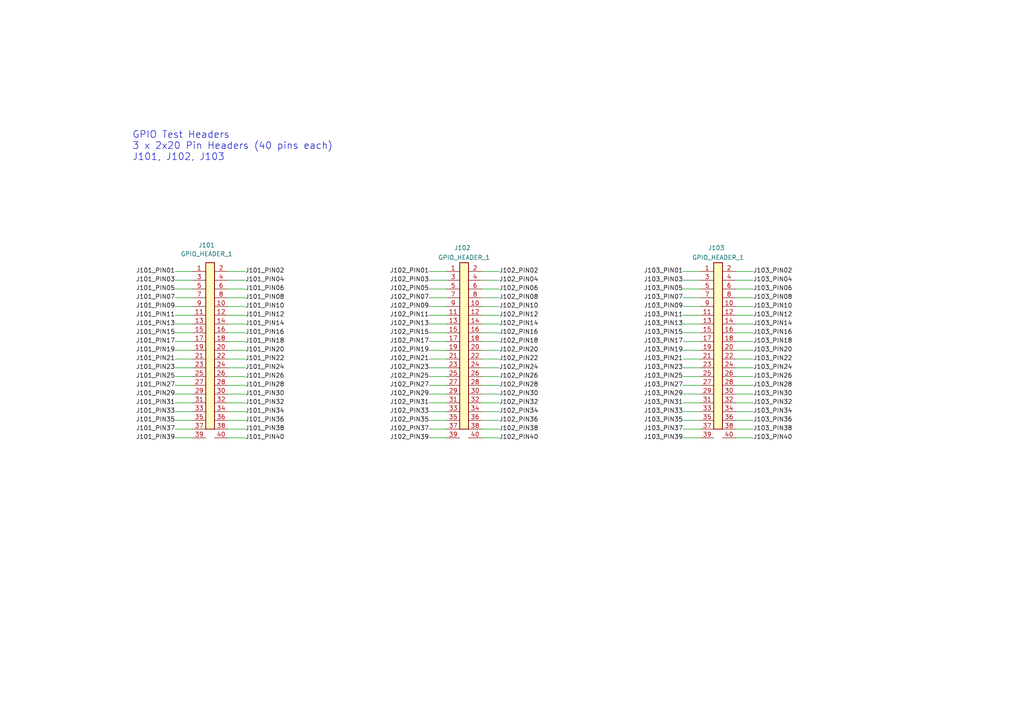
<source format=kicad_sch>
(kicad_sch (version 20250114) (generator "eeschema") (generator_version "9.0")
  (paper "A4")
  (title_block (title "GPIO Test Headers") (company "fcBoard") (comment 1 "2x20 Pin Headers for GPIO Testing"))
  (lib_symbols
    (symbol "Connector_Generic:Conn_02x20_Odd_Even" (pin_names (offset 1.016) (hide yes))
      (property "Reference" "J" (at 1.27 25.4 0))
      (property "Value" "Conn_02x20_Odd_Even" (at 1.27 -27.94 0))
      (symbol "Conn_02x20_Odd_Even_1_1"
        (rectangle (start -1.27 22.86) (end 1.27 -25.4) (stroke (width 0.254)) (fill (type background)))
        (pin passive line (at -5.08 20.32 0) (length 3.81) (name "Pin_1") (number "1"))
        (pin passive line (at -5.08 17.78 0) (length 3.81) (name "Pin_3") (number "3"))
        (pin passive line (at -5.08 15.24 0) (length 3.81) (name "Pin_5") (number "5"))
        (pin passive line (at -5.08 12.7 0) (length 3.81) (name "Pin_7") (number "7"))
        (pin passive line (at -5.08 10.16 0) (length 3.81) (name "Pin_9") (number "9"))
        (pin passive line (at -5.08 7.62 0) (length 3.81) (name "Pin_11") (number "11"))
        (pin passive line (at -5.08 5.08 0) (length 3.81) (name "Pin_13") (number "13"))
        (pin passive line (at -5.08 2.54 0) (length 3.81) (name "Pin_15") (number "15"))
        (pin passive line (at -5.08 0 0) (length 3.81) (name "Pin_17") (number "17"))
        (pin passive line (at -5.08 -2.54 0) (length 3.81) (name "Pin_19") (number "19"))
        (pin passive line (at -5.08 -5.08 0) (length 3.81) (name "Pin_21") (number "21"))
        (pin passive line (at -5.08 -7.62 0) (length 3.81) (name "Pin_23") (number "23"))
        (pin passive line (at -5.08 -10.16 0) (length 3.81) (name "Pin_25") (number "25"))
        (pin passive line (at -5.08 -12.7 0) (length 3.81) (name "Pin_27") (number "27"))
        (pin passive line (at -5.08 -15.24 0) (length 3.81) (name "Pin_29") (number "29"))
        (pin passive line (at -5.08 -17.78 0) (length 3.81) (name "Pin_31") (number "31"))
        (pin passive line (at -5.08 -20.32 0) (length 3.81) (name "Pin_33") (number "33"))
        (pin passive line (at -5.08 -22.86 0) (length 3.81) (name "Pin_35") (number "35"))
        (pin passive line (at -5.08 -25.4 0) (length 3.81) (name "Pin_37") (number "37"))
        (pin passive line (at -5.08 -27.94 0) (length 3.81) (name "Pin_39") (number "39"))
        (pin passive line (at 5.08 20.32 180) (length 3.81) (name "Pin_2") (number "2"))
        (pin passive line (at 5.08 17.78 180) (length 3.81) (name "Pin_4") (number "4"))
        (pin passive line (at 5.08 15.24 180) (length 3.81) (name "Pin_6") (number "6"))
        (pin passive line (at 5.08 12.7 180) (length 3.81) (name "Pin_8") (number "8"))
        (pin passive line (at 5.08 10.16 180) (length 3.81) (name "Pin_10") (number "10"))
        (pin passive line (at 5.08 7.62 180) (length 3.81) (name "Pin_12") (number "12"))
        (pin passive line (at 5.08 5.08 180) (length 3.81) (name "Pin_14") (number "14"))
        (pin passive line (at 5.08 2.54 180) (length 3.81) (name "Pin_16") (number "16"))
        (pin passive line (at 5.08 0 180) (length 3.81) (name "Pin_18") (number "18"))
        (pin passive line (at 5.08 -2.54 180) (length 3.81) (name "Pin_20") (number "20"))
        (pin passive line (at 5.08 -5.08 180) (length 3.81) (name "Pin_22") (number "22"))
        (pin passive line (at 5.08 -7.62 180) (length 3.81) (name "Pin_24") (number "24"))
        (pin passive line (at 5.08 -10.16 180) (length 3.81) (name "Pin_26") (number "26"))
        (pin passive line (at 5.08 -12.7 180) (length 3.81) (name "Pin_28") (number "28"))
        (pin passive line (at 5.08 -15.24 180) (length 3.81) (name "Pin_30") (number "30"))
        (pin passive line (at 5.08 -17.78 180) (length 3.81) (name "Pin_32") (number "32"))
        (pin passive line (at 5.08 -20.32 180) (length 3.81) (name "Pin_34") (number "34"))
        (pin passive line (at 5.08 -22.86 180) (length 3.81) (name "Pin_36") (number "36"))
        (pin passive line (at 5.08 -25.4 180) (length 3.81) (name "Pin_38") (number "38"))
        (pin passive line (at 5.08 -27.94 180) (length 3.81) (name "Pin_40") (number "40"))
      )
    )
  )
  (text "GPIO Test Headers\n3 x 2x20 Pin Headers (40 pins each)\nJ101, J102, J103" (at 38.354 42.418 0) (effects (font (size 2 2)) (justify left)))
  (wire (pts (xy 139.7 127) (xy 144.78 127)))
  (wire (pts (xy 66.04 78.74) (xy 71.12 78.74)))
  (wire (pts (xy 139.7 101.6) (xy 144.78 101.6)))
  (wire (pts (xy 139.7 121.92) (xy 144.78 121.92)))
  (wire (pts (xy 50.8 127) (xy 55.88 127)))
  (wire (pts (xy 124.46 114.3) (xy 129.54 114.3)))
  (wire (pts (xy 139.7 109.22) (xy 144.78 109.22)))
  (wire (pts (xy 124.46 121.92) (xy 129.54 121.92)))
  (wire (pts (xy 66.04 96.52) (xy 71.12 96.52)))
  (wire (pts (xy 124.46 101.6) (xy 129.54 101.6)))
  (wire (pts (xy 50.8 121.92) (xy 55.88 121.92)))
  (wire (pts (xy 66.04 104.14) (xy 71.12 104.14)))
  (wire (pts (xy 66.04 81.28) (xy 71.12 81.28)))
  (wire (pts (xy 66.04 106.68) (xy 71.12 106.68)))
  (wire (pts (xy 124.46 86.36) (xy 129.54 86.36)))
  (wire (pts (xy 66.04 124.46) (xy 71.12 124.46)))
  (wire (pts (xy 124.46 99.06) (xy 129.54 99.06)))
  (wire (pts (xy 50.8 91.44) (xy 55.88 91.44)))
  (wire (pts (xy 66.04 101.6) (xy 71.12 101.6)))
  (wire (pts (xy 124.46 111.76) (xy 129.54 111.76)))
  (wire (pts (xy 139.7 83.82) (xy 144.78 83.82)))
  (wire (pts (xy 124.46 83.82) (xy 129.54 83.82)))
  (wire (pts (xy 124.46 109.22) (xy 129.54 109.22)))
  (wire (pts (xy 139.7 119.38) (xy 144.78 119.38)))
  (wire (pts (xy 50.8 81.28) (xy 55.88 81.28)))
  (wire (pts (xy 66.04 119.38) (xy 71.12 119.38)))
  (wire (pts (xy 50.8 114.3) (xy 55.88 114.3)))
  (wire (pts (xy 50.8 124.46) (xy 55.88 124.46)))
  (wire (pts (xy 66.04 93.98) (xy 71.12 93.98)))
  (wire (pts (xy 66.04 86.36) (xy 71.12 86.36)))
  (wire (pts (xy 66.04 114.3) (xy 71.12 114.3)))
  (wire (pts (xy 66.04 121.92) (xy 71.12 121.92)))
  (wire (pts (xy 66.04 99.06) (xy 71.12 99.06)))
  (wire (pts (xy 66.04 127) (xy 71.12 127)))
  (wire (pts (xy 139.7 111.76) (xy 144.78 111.76)))
  (wire (pts (xy 66.04 88.9) (xy 71.12 88.9)))
  (wire (pts (xy 124.46 106.68) (xy 129.54 106.68)))
  (wire (pts (xy 50.8 111.76) (xy 55.88 111.76)))
  (wire (pts (xy 139.7 91.44) (xy 144.78 91.44)))
  (wire (pts (xy 124.46 88.9) (xy 129.54 88.9)))
  (wire (pts (xy 139.7 106.68) (xy 144.78 106.68)))
  (wire (pts (xy 124.46 91.44) (xy 129.54 91.44)))
  (wire (pts (xy 50.8 101.6) (xy 55.88 101.6)))
  (wire (pts (xy 50.8 93.98) (xy 55.88 93.98)))
  (wire (pts (xy 50.8 99.06) (xy 55.88 99.06)))
  (wire (pts (xy 139.7 78.74) (xy 144.78 78.74)))
  (wire (pts (xy 50.8 86.36) (xy 55.88 86.36)))
  (wire (pts (xy 139.7 116.84) (xy 144.78 116.84)))
  (wire (pts (xy 50.8 119.38) (xy 55.88 119.38)))
  (wire (pts (xy 50.8 78.74) (xy 55.88 78.74)))
  (wire (pts (xy 66.04 109.22) (xy 71.12 109.22)))
  (wire (pts (xy 139.7 104.14) (xy 144.78 104.14)))
  (wire (pts (xy 198.12 78.74) (xy 203.2 78.74)))
  (wire (pts (xy 213.36 78.74) (xy 218.44 78.74)))
  (wire (pts (xy 198.12 81.28) (xy 203.2 81.28)))
  (wire (pts (xy 213.36 81.28) (xy 218.44 81.28)))
  (wire (pts (xy 198.12 83.82) (xy 203.2 83.82)))
  (wire (pts (xy 213.36 83.82) (xy 218.44 83.82)))
  (wire (pts (xy 198.12 86.36) (xy 203.2 86.36)))
  (wire (pts (xy 213.36 86.36) (xy 218.44 86.36)))
  (wire (pts (xy 198.12 88.9) (xy 203.2 88.9)))
  (wire (pts (xy 213.36 88.9) (xy 218.44 88.9)))
  (wire (pts (xy 198.12 91.44) (xy 203.2 91.44)))
  (wire (pts (xy 213.36 91.44) (xy 218.44 91.44)))
  (wire (pts (xy 198.12 93.98) (xy 203.2 93.98)))
  (wire (pts (xy 213.36 93.98) (xy 218.44 93.98)))
  (wire (pts (xy 198.12 96.52) (xy 203.2 96.52)))
  (wire (pts (xy 213.36 96.52) (xy 218.44 96.52)))
  (wire (pts (xy 198.12 99.06) (xy 203.2 99.06)))
  (wire (pts (xy 213.36 99.06) (xy 218.44 99.06)))
  (wire (pts (xy 198.12 101.6) (xy 203.2 101.6)))
  (wire (pts (xy 213.36 101.6) (xy 218.44 101.6)))
  (wire (pts (xy 198.12 104.14) (xy 203.2 104.14)))
  (wire (pts (xy 213.36 104.14) (xy 218.44 104.14)))
  (wire (pts (xy 198.12 106.68) (xy 203.2 106.68)))
  (wire (pts (xy 213.36 106.68) (xy 218.44 106.68)))
  (wire (pts (xy 198.12 109.22) (xy 203.2 109.22)))
  (wire (pts (xy 213.36 109.22) (xy 218.44 109.22)))
  (wire (pts (xy 198.12 111.76) (xy 203.2 111.76)))
  (wire (pts (xy 213.36 111.76) (xy 218.44 111.76)))
  (wire (pts (xy 198.12 114.3) (xy 203.2 114.3)))
  (wire (pts (xy 213.36 114.3) (xy 218.44 114.3)))
  (wire (pts (xy 198.12 116.84) (xy 203.2 116.84)))
  (wire (pts (xy 213.36 116.84) (xy 218.44 116.84)))
  (wire (pts (xy 198.12 119.38) (xy 203.2 119.38)))
  (wire (pts (xy 213.36 119.38) (xy 218.44 119.38)))
  (wire (pts (xy 198.12 121.92) (xy 203.2 121.92)))
  (wire (pts (xy 213.36 121.92) (xy 218.44 121.92)))
  (wire (pts (xy 198.12 124.46) (xy 203.2 124.46)))
  (wire (pts (xy 213.36 124.46) (xy 218.44 124.46)))
  (wire (pts (xy 198.12 127) (xy 203.2 127)))
  (wire (pts (xy 213.36 127) (xy 218.44 127)))
  (wire (pts (xy 139.7 99.06) (xy 144.78 99.06)))
  (wire (pts (xy 50.8 104.14) (xy 55.88 104.14)))
  (wire (pts (xy 124.46 81.28) (xy 129.54 81.28)))
  (wire (pts (xy 50.8 109.22) (xy 55.88 109.22)))
  (wire (pts (xy 124.46 127) (xy 129.54 127)))
  (wire (pts (xy 139.7 86.36) (xy 144.78 86.36)))
  (wire (pts (xy 139.7 124.46) (xy 144.78 124.46)))
  (wire (pts (xy 66.04 116.84) (xy 71.12 116.84)))
  (wire (pts (xy 66.04 91.44) (xy 71.12 91.44)))
  (wire (pts (xy 139.7 96.52) (xy 144.78 96.52)))
  (wire (pts (xy 66.04 111.76) (xy 71.12 111.76)))
  (wire (pts (xy 139.7 81.28) (xy 144.78 81.28)))
  (wire (pts (xy 124.46 116.84) (xy 129.54 116.84)))
  (wire (pts (xy 66.04 83.82) (xy 71.12 83.82)))
  (wire (pts (xy 124.46 104.14) (xy 129.54 104.14)))
  (wire (pts (xy 139.7 93.98) (xy 144.78 93.98)))
  (wire (pts (xy 50.8 96.52) (xy 55.88 96.52)))
  (wire (pts (xy 124.46 93.98) (xy 129.54 93.98)))
  (wire (pts (xy 50.8 116.84) (xy 55.88 116.84)))
  (wire (pts (xy 50.8 106.68) (xy 55.88 106.68)))
  (wire (pts (xy 124.46 119.38) (xy 129.54 119.38)))
  (wire (pts (xy 139.7 88.9) (xy 144.78 88.9)))
  (wire (pts (xy 124.46 96.52) (xy 129.54 96.52)))
  (wire (pts (xy 50.8 83.82) (xy 55.88 83.82)))
  (wire (pts (xy 139.7 114.3) (xy 144.78 114.3)))
  (wire (pts (xy 50.8 88.9) (xy 55.88 88.9)))
  (wire (pts (xy 124.46 124.46) (xy 129.54 124.46)))
  (wire (pts (xy 124.46 78.74) (xy 129.54 78.74)))
  (label "J102_PIN10" (at 144.78 88.9 0))
  (label "J101_PIN21" (at 50.8 104.14 180))
  (label "J101_PIN28" (at 71.12 111.76 0))
  (label "J102_PIN24" (at 144.78 106.68 0))
  (label "J101_PIN04" (at 71.12 81.28 0))
  (label "J101_PIN40" (at 71.12 127 0))
  (label "J102_PIN13" (at 124.46 93.98 180))
  (label "J101_PIN35" (at 50.8 121.92 180))
  (label "J102_PIN14" (at 144.78 93.98 0))
  (label "J102_PIN34" (at 144.78 119.38 0))
  (label "J101_PIN16" (at 71.12 96.52 0))
  (label "J101_PIN07" (at 50.8 86.36 180))
  (label "J101_PIN29" (at 50.8 114.3 180))
  (label "J102_PIN20" (at 144.78 101.6 0))
  (label "J102_PIN40" (at 144.78 127 0))
  (label "J102_PIN05" (at 124.46 83.82 180))
  (label "J101_PIN01" (at 50.8 78.74 180))
  (label "J102_PIN29" (at 124.46 114.3 180))
  (label "J102_PIN31" (at 124.46 116.84 180))
  (label "J102_PIN18" (at 144.78 99.06 0))
  (label "J102_PIN16" (at 144.78 96.52 0))
  (label "J101_PIN26" (at 71.12 109.22 0))
  (label "J101_PIN33" (at 50.8 119.38 180))
  (label "J102_PIN09" (at 124.46 88.9 180))
  (label "J101_PIN32" (at 71.12 116.84 0))
  (label "J102_PIN21" (at 124.46 104.14 180))
  (label "J102_PIN35" (at 124.46 121.92 180))
  (label "J101_PIN22" (at 71.12 104.14 0))
  (label "J102_PIN27" (at 124.46 111.76 180))
  (label "J102_PIN26" (at 144.78 109.22 0))
  (label "J101_PIN20" (at 71.12 101.6 0))
  (label "J101_PIN24" (at 71.12 106.68 0))
  (label "J101_PIN12" (at 71.12 91.44 0))
  (label "J102_PIN11" (at 124.46 91.44 180))
  (label "J101_PIN18" (at 71.12 99.06 0))
  (label "J101_PIN27" (at 50.8 111.76 180))
  (label "J101_PIN39" (at 50.8 127 180))
  (label "J102_PIN03" (at 124.46 81.28 180))
  (label "J101_PIN36" (at 71.12 121.92 0))
  (label "J102_PIN15" (at 124.46 96.52 180))
  (label "J102_PIN19" (at 124.46 101.6 180))
  (label "J101_PIN06" (at 71.12 83.82 0))
  (label "J101_PIN34" (at 71.12 119.38 0))
  (label "J102_PIN37" (at 124.46 124.46 180))
  (label "J102_PIN22" (at 144.78 104.14 0))
  (label "J102_PIN33" (at 124.46 119.38 180))
  (label "J101_PIN23" (at 50.8 106.68 180))
  (label "J101_PIN03" (at 50.8 81.28 180))
  (label "J101_PIN15" (at 50.8 96.52 180))
  (label "J102_PIN23" (at 124.46 106.68 180))
  (label "J101_PIN37" (at 50.8 124.46 180))
  (label "J101_PIN09" (at 50.8 88.9 180))
  (label "J102_PIN32" (at 144.78 116.84 0))
  (label "J101_PIN25" (at 50.8 109.22 180))
  (label "J102_PIN25" (at 124.46 109.22 180))
  (label "J101_PIN08" (at 71.12 86.36 0))
  (label "J103_PIN01" (at 198.12 78.74 180))
  (label "J103_PIN02" (at 218.44 78.74 0))
  (label "J103_PIN03" (at 198.12 81.28 180))
  (label "J103_PIN04" (at 218.44 81.28 0))
  (label "J103_PIN05" (at 198.12 83.82 180))
  (label "J103_PIN06" (at 218.44 83.82 0))
  (label "J103_PIN07" (at 198.12 86.36 180))
  (label "J103_PIN08" (at 218.44 86.36 0))
  (label "J103_PIN09" (at 198.12 88.9 180))
  (label "J103_PIN10" (at 218.44 88.9 0))
  (label "J103_PIN11" (at 198.12 91.44 180))
  (label "J103_PIN12" (at 218.44 91.44 0))
  (label "J103_PIN13" (at 198.12 93.98 180))
  (label "J103_PIN14" (at 218.44 93.98 0))
  (label "J103_PIN15" (at 198.12 96.52 180))
  (label "J103_PIN16" (at 218.44 96.52 0))
  (label "J103_PIN17" (at 198.12 99.06 180))
  (label "J103_PIN18" (at 218.44 99.06 0))
  (label "J103_PIN19" (at 198.12 101.6 180))
  (label "J103_PIN20" (at 218.44 101.6 0))
  (label "J103_PIN21" (at 198.12 104.14 180))
  (label "J103_PIN22" (at 218.44 104.14 0))
  (label "J103_PIN23" (at 198.12 106.68 180))
  (label "J103_PIN24" (at 218.44 106.68 0))
  (label "J103_PIN25" (at 198.12 109.22 180))
  (label "J103_PIN26" (at 218.44 109.22 0))
  (label "J103_PIN27" (at 198.12 111.76 180))
  (label "J103_PIN28" (at 218.44 111.76 0))
  (label "J103_PIN29" (at 198.12 114.3 180))
  (label "J103_PIN30" (at 218.44 114.3 0))
  (label "J103_PIN31" (at 198.12 116.84 180))
  (label "J103_PIN32" (at 218.44 116.84 0))
  (label "J103_PIN33" (at 198.12 119.38 180))
  (label "J103_PIN34" (at 218.44 119.38 0))
  (label "J103_PIN35" (at 198.12 121.92 180))
  (label "J103_PIN36" (at 218.44 121.92 0))
  (label "J103_PIN37" (at 198.12 124.46 180))
  (label "J103_PIN38" (at 218.44 124.46 0))
  (label "J103_PIN39" (at 198.12 127 180))
  (label "J103_PIN40" (at 218.44 127 0))
  (label "J102_PIN39" (at 124.46 127 180))
  (label "J102_PIN17" (at 124.46 99.06 180))
  (label "J101_PIN13" (at 50.8 93.98 180))
  (label "J101_PIN31" (at 50.8 116.84 180))
  (label "J102_PIN28" (at 144.78 111.76 0))
  (label "J102_PIN12" (at 144.78 91.44 0))
  (label "J101_PIN38" (at 71.12 124.46 0))
  (label "J101_PIN10" (at 71.12 88.9 0))
  (label "J102_PIN02" (at 144.78 78.74 0))
  (label "J102_PIN06" (at 144.78 83.82 0))
  (label "J102_PIN07" (at 124.46 86.36 180))
  (label "J102_PIN36" (at 144.78 121.92 0))
  (label "J101_PIN11" (at 50.8 91.44 180))
  (label "J102_PIN08" (at 144.78 86.36 0))
  (label "J102_PIN38" (at 144.78 124.46 0))
  (label "J102_PIN04" (at 144.78 81.28 0))
  (label "J102_PIN30" (at 144.78 114.3 0))
  (label "J101_PIN30" (at 71.12 114.3 0))
  (label "J101_PIN05" (at 50.8 83.82 180))
  (label "J102_PIN01" (at 124.46 78.74 180))
  (label "J101_PIN19" (at 50.8 101.6 180))
  (label "J101_PIN02" (at 71.12 78.74 0))
  (label "J101_PIN17" (at 50.8 99.06 180))
  (label "J101_PIN14" (at 71.12 93.98 0))
  (symbol (lib_id "Connector_Generic:Conn_02x20_Odd_Even") (at 60.96 99.06 0) (unit 1)
    (property "Reference" "J101" (at 59.944 71.12 0))
    (property "Value" "GPIO_HEADER_1" (at 59.944 73.66 0))
    (property "Footprint" "Connector_PinHeader_2.54mm:PinHeader_2x20_P2.54mm_Vertical" (effects (hide yes)))
    (property "Description" "GPIO Test Header 1 (2x20)" (effects (hide yes)))
  )
  (symbol (lib_id "Connector_Generic:Conn_02x20_Odd_Even") (at 208.28 99.06 0) (unit 1)
    (property "Reference" "J103" (at 207.772 71.882 0))
    (property "Value" "GPIO_HEADER_1" (at 208.28 74.676 0))
    (property "Footprint" "Connector_PinHeader_2.54mm:PinHeader_2x20_P2.54mm_Vertical" (effects (hide yes)))
    (property "Description" "GPIO Test Header 3 (2x20)" (effects (hide yes)))
  )
  (symbol (lib_id "Connector_Generic:Conn_02x20_Odd_Even") (at 134.62 99.06 0) (unit 1)
    (property "Reference" "J102" (at 134.112 71.882 0))
    (property "Value" "GPIO_HEADER_1" (at 134.62 74.676 0))
    (property "Footprint" "Connector_PinHeader_2.54mm:PinHeader_2x20_P2.54mm_Vertical" (effects (hide yes)))
    (property "Description" "GPIO Test Header 2 (2x20)" (effects (hide yes)))
  )
)
</source>
